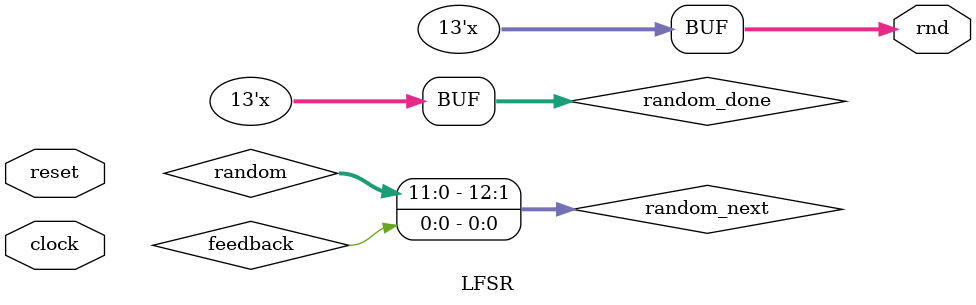
<source format=v>
`timescale 1ns / 1ps

module LFSR (
    input clock,
    input reset,
    output reg [12:0] rnd 
    );
 
wire feedback = random[12] ^ random[3] ^ random[2] ^ random[0]; 
 
reg [12:0] random, random_next, random_done;
reg [3:0] count, count_next; //to keep track of the shifts
 
//always @ (posedge clock or posedge reset)
always @ ( clock or  reset)
begin
 if (reset)
 begin
  random <= 13'hF; //An LFSR cannot have an all 0 state, thus reset to FF
  count <= 0;
 end
  
 else
 begin
  random <= random_next;
  count <= count_next;
 end
 if (count == 13)
 begin
  count <= 0;
  random_done <= random; //assign the random number to output after 13 shifts
 end 
 
end
 
always @ (*)
begin
 random_next <= random; //default state stays the same
 count_next <= count;
   
  random_next <= {random[11:0], feedback}; //shift left the xor'd every posedge clock
  count_next <= count + 1;
  rnd = random_done;
end
 
 
//assign rnd = random_done;
//assign rnd=rnd/100;
endmodule

</source>
